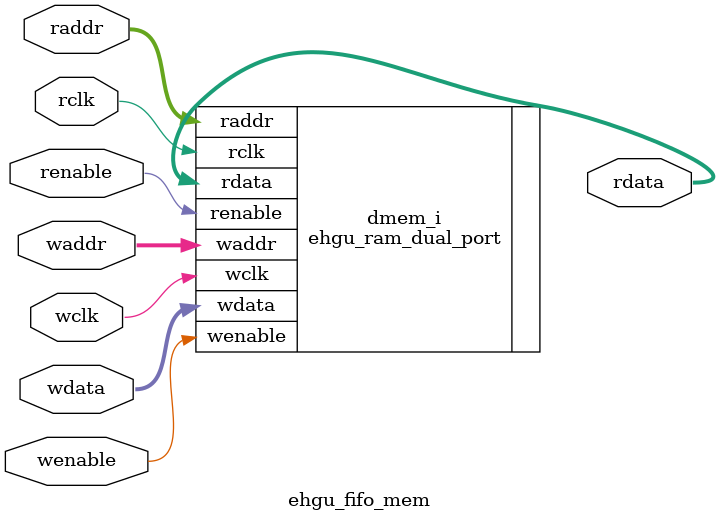
<source format=sv>

module ehgu_fifo_mem
# (
parameter WIDTH = 8 ,
parameter AWIDTH = 8 ,
parameter DEPTH = 128
 ) (
input logic wclk ,
input logic rclk ,
input logic renable ,
input logic wenable ,
input logic [ AWIDTH-1 : 0 ] raddr ,
input logic [ AWIDTH-1 : 0 ] waddr ,
input logic [ WIDTH-1 : 0 ] wdata ,
output logic [ WIDTH-1 : 0 ] rdata
 ) ;

ehgu_ram_dual_port # ( .DEPTH ( DEPTH ) , .WIDTH ( WIDTH ) ) dmem_i
 (
.wclk ,
.wenable ,
.waddr ,
.wdata ,
.rclk ,
.renable ,
.raddr ,
.rdata
 ) ;

endmodule

</source>
